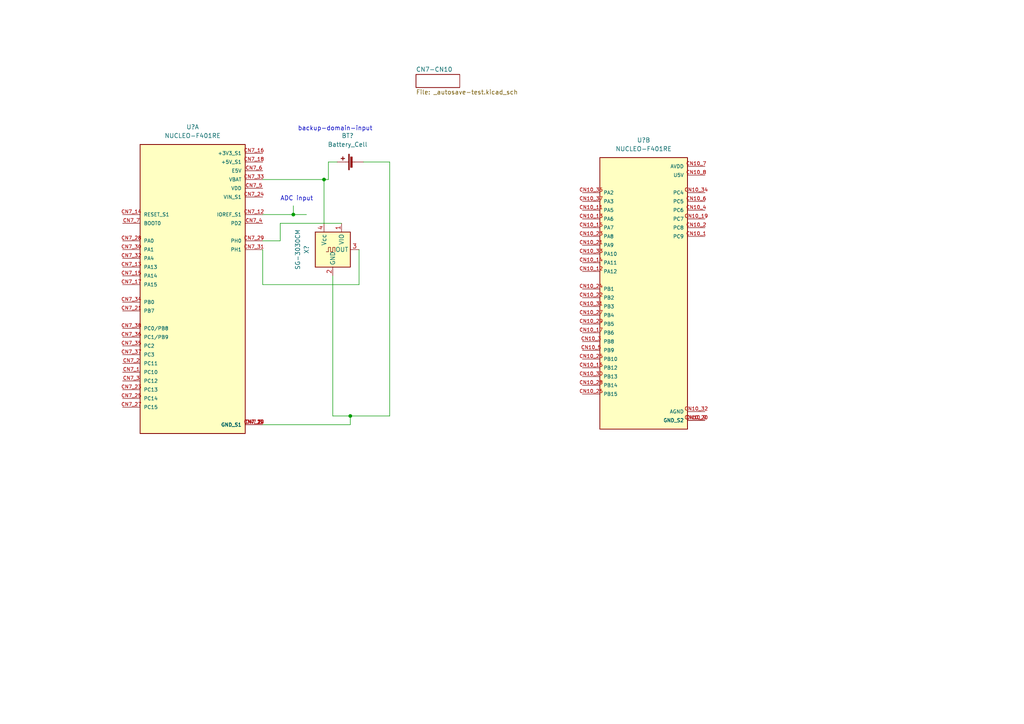
<source format=kicad_sch>
(kicad_sch (version 20211123) (generator eeschema)
  (paper "A4")
  (lib_symbols
    (symbol "Device:Battery_Cell" (pin_numbers hide) (pin_names (offset 0) hide)
      (property "Reference" "BT" (at 2.54 2.54 0))
      (property "Value" "Battery_Cell" (at 2.54 0 0))
      (symbol "Battery_Cell_0_1"
        (rectangle (start -2.286 1.778) (end 2.286 1.524) (fill (type outline)))
        (rectangle (start -1.5748 1.1938) (end 1.4732 0.6858) (fill (type outline)))
        (polyline (pts (xy 0 0.762) (xy 0 0)))
        (polyline (pts (xy 0 1.778) (xy 0 2.54)))
        (polyline (pts (xy 0.508 3.429) (xy 1.524 3.429)) (stroke (width 0.254)))
        (polyline (pts (xy 1.016 3.937) (xy 1.016 2.921)) (stroke (width 0.254)))
      )
      (symbol "Battery_Cell_1_1"
        (pin passive line (at 0 5.08 270) (length 2.54) (name "+") (number "1"))
        (pin passive line (at 0 -2.54 90) (length 2.54) (name "-") (number "2"))
      )
    )
    (symbol "NUCLEO-F401RE:NUCLEO-F401RE" (pin_names (offset 1.016))
      (property "Reference" "U" (at -15.24 41.91 0))
      (property "Value" "NUCLEO-F401RE" (at -15.24 -44.45 0))
      (symbol "NUCLEO-F401RE_1_0"
        (rectangle (start -15.24 -43.18) (end 15.24 40.64) (stroke (width 0.254)) (fill (type background)))
        (pin bidirectional line (at -20.32 -25.4 0) (length 5.08) (name "PC10") (number "CN7_1"))
        (pin bidirectional line (at 20.32 20.32 180) (length 5.08) (name "IOREF_S1") (number "CN7_12"))
        (pin bidirectional line (at -20.32 5.08 0) (length 5.08) (name "PA13") (number "CN7_13"))
        (pin bidirectional line (at -20.32 20.32 0) (length 5.08) (name "RESET_S1") (number "CN7_14"))
        (pin bidirectional line (at -20.32 2.54 0) (length 5.08) (name "PA14") (number "CN7_15"))
        (pin power_in line (at 20.32 38.1 180) (length 5.08) (name "+3V3_S1") (number "CN7_16"))
        (pin bidirectional line (at -20.32 0 0) (length 5.08) (name "PA15") (number "CN7_17"))
        (pin power_in line (at 20.32 35.56 180) (length 5.08) (name "+5V_S1") (number "CN7_18"))
        (pin power_in line (at 20.32 -40.64 180) (length 5.08) (name "GND_S1") (number "CN7_19"))
        (pin bidirectional line (at -20.32 -22.86 0) (length 5.08) (name "PC11") (number "CN7_2"))
        (pin power_in line (at 20.32 -40.64 180) (length 5.08) (name "GND_S1") (number "CN7_20"))
        (pin bidirectional line (at -20.32 -7.62 0) (length 5.08) (name "PB7") (number "CN7_21"))
        (pin power_in line (at 20.32 -40.64 180) (length 5.08) (name "GND_S1") (number "CN7_22"))
        (pin bidirectional line (at -20.32 -30.48 0) (length 5.08) (name "PC13") (number "CN7_23"))
        (pin power_in line (at 20.32 25.4 180) (length 5.08) (name "VIN_S1") (number "CN7_24"))
        (pin bidirectional line (at -20.32 -33.02 0) (length 5.08) (name "PC14") (number "CN7_25"))
        (pin bidirectional line (at -20.32 -35.56 0) (length 5.08) (name "PC15") (number "CN7_27"))
        (pin bidirectional line (at -20.32 12.7 0) (length 5.08) (name "PA0") (number "CN7_28"))
        (pin bidirectional line (at 20.32 12.7 180) (length 5.08) (name "PH0") (number "CN7_29"))
        (pin bidirectional line (at -20.32 -27.94 0) (length 5.08) (name "PC12") (number "CN7_3"))
        (pin bidirectional line (at -20.32 10.16 0) (length 5.08) (name "PA1") (number "CN7_30"))
        (pin bidirectional line (at 20.32 10.16 180) (length 5.08) (name "PH1") (number "CN7_31"))
        (pin bidirectional line (at -20.32 7.62 0) (length 5.08) (name "PA4") (number "CN7_32"))
        (pin power_in line (at 20.32 30.48 180) (length 5.08) (name "VBAT") (number "CN7_33"))
        (pin bidirectional line (at -20.32 -5.08 0) (length 5.08) (name "PB0") (number "CN7_34"))
        (pin bidirectional line (at -20.32 -17.78 0) (length 5.08) (name "PC2") (number "CN7_35"))
        (pin bidirectional line (at -20.32 -15.24 0) (length 5.08) (name "PC1/PB9") (number "CN7_36"))
        (pin bidirectional line (at -20.32 -20.32 0) (length 5.08) (name "PC3") (number "CN7_37"))
        (pin bidirectional line (at -20.32 -12.7 0) (length 5.08) (name "PC0/PB8") (number "CN7_38"))
        (pin bidirectional line (at 20.32 17.78 180) (length 5.08) (name "PD2") (number "CN7_4"))
        (pin power_in line (at 20.32 27.94 180) (length 5.08) (name "VDD") (number "CN7_5"))
        (pin power_in line (at 20.32 33.02 180) (length 5.08) (name "E5V") (number "CN7_6"))
        (pin bidirectional line (at -20.32 17.78 0) (length 5.08) (name "BOOT0") (number "CN7_7"))
        (pin power_in line (at 20.32 -40.64 180) (length 5.08) (name "GND_S1") (number "CN7_8"))
      )
      (symbol "NUCLEO-F401RE_2_0"
        (rectangle (start -12.7 -40.64) (end 12.7 38.1) (stroke (width 0.254)) (fill (type background)))
        (pin bidirectional line (at 17.78 15.24 180) (length 5.08) (name "PC9") (number "CN10_1"))
        (pin bidirectional line (at -17.78 22.86 0) (length 5.08) (name "PA5") (number "CN10_11"))
        (pin bidirectional line (at -17.78 5.08 0) (length 5.08) (name "PA12") (number "CN10_12"))
        (pin bidirectional line (at -17.78 20.32 0) (length 5.08) (name "PA6") (number "CN10_13"))
        (pin bidirectional line (at -17.78 7.62 0) (length 5.08) (name "PA11") (number "CN10_14"))
        (pin bidirectional line (at -17.78 17.78 0) (length 5.08) (name "PA7") (number "CN10_15"))
        (pin bidirectional line (at -17.78 -22.86 0) (length 5.08) (name "PB12") (number "CN10_16"))
        (pin bidirectional line (at -17.78 -12.7 0) (length 5.08) (name "PB6") (number "CN10_17"))
        (pin bidirectional line (at 17.78 20.32 180) (length 5.08) (name "PC7") (number "CN10_19"))
        (pin bidirectional line (at 17.78 17.78 180) (length 5.08) (name "PC8") (number "CN10_2"))
        (pin power_in line (at 17.78 -38.1 180) (length 5.08) (name "GND_S2") (number "CN10_20"))
        (pin bidirectional line (at -17.78 12.7 0) (length 5.08) (name "PA9") (number "CN10_21"))
        (pin bidirectional line (at -17.78 -2.54 0) (length 5.08) (name "PB2") (number "CN10_22"))
        (pin bidirectional line (at -17.78 15.24 0) (length 5.08) (name "PA8") (number "CN10_23"))
        (pin bidirectional line (at -17.78 0 0) (length 5.08) (name "PB1") (number "CN10_24"))
        (pin bidirectional line (at -17.78 -20.32 0) (length 5.08) (name "PB10") (number "CN10_25"))
        (pin bidirectional line (at -17.78 -30.48 0) (length 5.08) (name "PB15") (number "CN10_26"))
        (pin bidirectional line (at -17.78 -7.62 0) (length 5.08) (name "PB4") (number "CN10_27"))
        (pin bidirectional line (at -17.78 -27.94 0) (length 5.08) (name "PB14") (number "CN10_28"))
        (pin bidirectional line (at -17.78 -10.16 0) (length 5.08) (name "PB5") (number "CN10_29"))
        (pin bidirectional line (at -17.78 -15.24 0) (length 5.08) (name "PB8") (number "CN10_3"))
        (pin bidirectional line (at -17.78 -25.4 0) (length 5.08) (name "PB13") (number "CN10_30"))
        (pin bidirectional line (at -17.78 -5.08 0) (length 5.08) (name "PB3") (number "CN10_31"))
        (pin power_in line (at 17.78 -35.56 180) (length 5.08) (name "AGND") (number "CN10_32"))
        (pin bidirectional line (at -17.78 10.16 0) (length 5.08) (name "PA10") (number "CN10_33"))
        (pin bidirectional line (at 17.78 27.94 180) (length 5.08) (name "PC4") (number "CN10_34"))
        (pin bidirectional line (at -17.78 27.94 0) (length 5.08) (name "PA2") (number "CN10_35"))
        (pin bidirectional line (at -17.78 25.4 0) (length 5.08) (name "PA3") (number "CN10_37"))
        (pin bidirectional line (at 17.78 22.86 180) (length 5.08) (name "PC6") (number "CN10_4"))
        (pin bidirectional line (at -17.78 -17.78 0) (length 5.08) (name "PB9") (number "CN10_5"))
        (pin bidirectional line (at 17.78 25.4 180) (length 5.08) (name "PC5") (number "CN10_6"))
        (pin power_in line (at 17.78 35.56 180) (length 5.08) (name "AVDD") (number "CN10_7"))
        (pin power_in line (at 17.78 33.02 180) (length 5.08) (name "U5V") (number "CN10_8"))
        (pin power_in line (at 17.78 -38.1 180) (length 5.08) (name "GND_S2") (number "CN10_9"))
      )
      (symbol "NUCLEO-F401RE_3_0"
        (rectangle (start -10.16 -12.7) (end 10.16 10.16) (stroke (width 0.254)) (fill (type background)))
        (pin bidirectional line (at -15.24 -5.08 0) (length 5.08) (name "IOREF") (number "CN6_2"))
        (pin bidirectional line (at -15.24 -2.54 0) (length 5.08) (name "RESET") (number "CN6_3"))
        (pin power_in line (at 15.24 2.54 180) (length 5.08) (name "+3V3") (number "CN6_4"))
        (pin power_in line (at 15.24 5.08 180) (length 5.08) (name "+5V") (number "CN6_5"))
        (pin power_in line (at 15.24 -10.16 180) (length 5.08) (name "GND") (number "CN6_6"))
        (pin power_in line (at 15.24 -10.16 180) (length 5.08) (name "GND") (number "CN6_7"))
        (pin power_in line (at 15.24 7.62 180) (length 5.08) (name "VIN") (number "CN6_8"))
      )
      (symbol "NUCLEO-F401RE_4_0"
        (rectangle (start -5.08 -12.7) (end 5.08 12.7) (stroke (width 0.254)) (fill (type background)))
        (pin input line (at -10.16 10.16 0) (length 5.08) (name "D0") (number "CN9_1"))
        (pin output line (at -10.16 7.62 0) (length 5.08) (name "D1") (number "CN9_2"))
        (pin bidirectional line (at -10.16 2.54 0) (length 5.08) (name "D2") (number "CN9_3"))
        (pin bidirectional line (at -10.16 0 0) (length 5.08) (name "D3") (number "CN9_4"))
        (pin bidirectional line (at -10.16 -2.54 0) (length 5.08) (name "D4") (number "CN9_5"))
        (pin bidirectional line (at -10.16 -5.08 0) (length 5.08) (name "D5") (number "CN9_6"))
        (pin bidirectional line (at -10.16 -7.62 0) (length 5.08) (name "D6") (number "CN9_7"))
        (pin bidirectional line (at -10.16 -10.16 0) (length 5.08) (name "D7") (number "CN9_8"))
      )
      (symbol "NUCLEO-F401RE_5_0"
        (rectangle (start -5.08 -10.16) (end 5.08 7.62) (stroke (width 0.254)) (fill (type background)))
        (pin input line (at -10.16 5.08 0) (length 5.08) (name "A0") (number "CN8_1"))
        (pin input line (at -10.16 2.54 0) (length 5.08) (name "A1") (number "CN8_2"))
        (pin input line (at -10.16 0 0) (length 5.08) (name "A2") (number "CN8_3"))
        (pin input line (at -10.16 -2.54 0) (length 5.08) (name "A3") (number "CN8_4"))
        (pin input line (at -10.16 -5.08 0) (length 5.08) (name "A4") (number "CN8_5"))
        (pin input line (at -10.16 -7.62 0) (length 5.08) (name "A5") (number "CN8_6"))
      )
      (symbol "NUCLEO-F401RE_6_0"
        (rectangle (start -10.16 -17.78) (end 10.16 15.24) (stroke (width 0.254)) (fill (type background)))
        (pin bidirectional line (at -15.24 7.62 0) (length 5.08) (name "D8") (number "CN5_1"))
        (pin bidirectional clock (at -15.24 -10.16 0) (length 5.08) (name "D15") (number "CN5_10"))
        (pin bidirectional line (at -15.24 5.08 0) (length 5.08) (name "D9") (number "CN5_2"))
        (pin bidirectional line (at -15.24 2.54 0) (length 5.08) (name "D10") (number "CN5_3"))
        (pin bidirectional line (at -15.24 0 0) (length 5.08) (name "D11") (number "CN5_4"))
        (pin bidirectional line (at -15.24 -2.54 0) (length 5.08) (name "D12") (number "CN5_5"))
        (pin bidirectional clock (at -15.24 -5.08 0) (length 5.08) (name "D13") (number "CN5_6"))
        (pin power_in line (at 15.24 -15.24 180) (length 5.08) (name "GND_S6") (number "CN5_7"))
        (pin power_in line (at 15.24 12.7 180) (length 5.08) (name "AREF") (number "CN5_8"))
        (pin bidirectional line (at -15.24 -7.62 0) (length 5.08) (name "D14") (number "CN5_9"))
      )
    )
    (symbol "Oscillator:SG-3030CM"
      (property "Reference" "X" (at -5.08 -6.35 0))
      (property "Value" "SG-3030CM" (at 1.27 -6.35 0))
      (symbol "SG-3030CM_0_1"
        (rectangle (start -5.08 5.08) (end 5.08 -5.08) (stroke (width 0.254)) (fill (type background)))
        (polyline (pts (xy -1.905 -0.635) (xy -1.27 -0.635) (xy -1.27 0.635) (xy -0.635 0.635) (xy -0.635 -0.635) (xy 0 -0.635) (xy 0 0.635) (xy 0.635 0.635) (xy 0.635 -0.635)))
      )
      (symbol "SG-3030CM_1_1"
        (pin power_in line (at 2.54 7.62 270) (length 2.54) (name "VIO") (number "1"))
        (pin power_in line (at 0 -7.62 90) (length 2.54) (name "GND") (number "2"))
        (pin output line (at 7.62 0 180) (length 2.54) (name "OUT") (number "3"))
        (pin power_in line (at -2.54 7.62 270) (length 2.54) (name "Vcc") (number "4"))
      )
    )
  )
  (junction (at 93.98 52.07))
  (junction (at 85.09 62.23))
  (junction (at 101.6 120.65))
  (wire (pts (xy 85.09 59.69) (xy 85.09 62.23)))
  (wire (pts (xy 101.6 123.19) (xy 101.6 120.65)))
  (wire (pts (xy 93.98 52.07) (xy 95.25 52.07)))
  (wire (pts (xy 96.52 120.65) (xy 101.6 120.65)))
  (wire (pts (xy 76.2 82.55) (xy 76.2 72.39)))
  (wire (pts (xy 104.14 72.39) (xy 104.14 82.55)))
  (wire (pts (xy 76.2 52.07) (xy 93.98 52.07)))
  (wire (pts (xy 76.2 123.19) (xy 101.6 123.19)))
  (wire (pts (xy 113.03 46.99) (xy 105.41 46.99)))
  (wire (pts (xy 113.03 46.99) (xy 113.03 120.65)))
  (wire (pts (xy 95.25 52.07) (xy 95.25 46.99)))
  (wire (pts (xy 76.2 62.23) (xy 85.09 62.23)))
  (wire (pts (xy 101.6 120.65) (xy 113.03 120.65)))
  (wire (pts (xy 81.28 64.77) (xy 99.06 64.77)))
  (wire (pts (xy 96.52 80.01) (xy 96.52 120.65)))
  (wire (pts (xy 104.14 82.55) (xy 76.2 82.55)))
  (wire (pts (xy 81.28 64.77) (xy 81.28 69.85)))
  (wire (pts (xy 81.28 69.85) (xy 76.2 69.85)))
  (wire (pts (xy 95.25 46.99) (xy 97.79 46.99)))
  (wire (pts (xy 93.98 52.07) (xy 93.98 64.77)))
  (wire (pts (xy 85.09 62.23) (xy 88.9 62.23)))
  (text "backup-domain-input\n" (at 86.36 38.1 0) (effects (font (size 1.27 1.27)) (justify left bottom)))
  (text "ADC input\n" (at 81.28 58.42 0) (effects (font (size 1.27 1.27)) (justify left bottom)))
  (symbol (lib_id "Device:Battery_Cell") (at 102.87 46.99 90) (unit 1)
    (property "Reference" "BT?" (at 100.838 39.37 90))
    (property "Value" "Battery_Cell" (at 100.838 41.91 90))
  )
  (symbol (lib_id "NUCLEO-F401RE:NUCLEO-F401RE") (at 186.69 83.82 0) (unit 2)
    (property "Reference" "U?" (at 186.69 40.64 0))
    (property "Value" "NUCLEO-F401RE" (at 186.69 43.18 0))
    (property "Footprint" "NUCLEO-F401RE:ST_NUCLEO-F401RE" (effects hide))
    (property "MF" "STMicroelectronics" (effects hide))
    (property "MAXIMUM_PACKAGE_HEIGHT" "N/A" (effects hide))
    (property "Package" "None" (effects hide))
    (property "Price" "None" (effects hide))
    (property "Check_prices" "https://www.snapeda.com/parts/NUCLEO-F401RE/STMicroelectronics/view-part/?ref=eda" (effects hide))
    (property "STANDARD" "Manufacturer Recommendations" (effects hide))
    (property "PARTREV" "13" (effects hide))
    (property "SnapEDA_Link" "https://www.snapeda.com/parts/NUCLEO-F401RE/STMicroelectronics/view-part/?ref=snap" (effects hide))
    (property "MP" "NUCLEO-F401RE" (effects hide))
    (property "Purchase-URL" "https://www.snapeda.com/api/url_track_click_mouser/?unipart_id=329267&manufacturer=STMicroelectronics&part_name=NUCLEO-F401RE&search_term=None" (effects hide))
    (property "Description" "\nSTM32F401RE, mbed-Enabled Development Nucleo-64 STM32F4 ARM® Cortex®-M4 MCU 32-Bit Embedded Evaluation Board\n" (effects hide))
    (property "Availability" "In Stock" (effects hide))
    (property "MANUFACTURER" "STMicroelectronics" (effects hide))
  )
  (symbol (lib_id "Oscillator:SG-3030CM") (at 96.52 72.39 0) (unit 1)
    (property "Reference" "X?" (at 88.9 72.39 90))
    (property "Value" "SG-3030CM" (at 86.36 72.39 90))
    (property "Footprint" "Oscillator:Oscillator_SMD_SeikoEpson_SG3030CM" (effects hide))
    (property "Datasheet" "https://support.epson.biz/td/api/doc_check.php?mode=dl&lang=en&Parts=SG-3030CM" (effects hide))
  )
  (symbol (lib_id "NUCLEO-F401RE:NUCLEO-F401RE") (at 55.88 82.55 0) (unit 1)
    (property "Reference" "U?" (at 55.88 36.83 0))
    (property "Value" "NUCLEO-F401RE" (at 55.88 39.37 0))
    (property "Footprint" "NUCLEO-F401RE:ST_NUCLEO-F401RE" (effects hide))
    (property "MF" "STMicroelectronics" (effects hide))
    (property "MAXIMUM_PACKAGE_HEIGHT" "N/A" (effects hide))
    (property "Package" "None" (effects hide))
    (property "Price" "None" (effects hide))
    (property "Check_prices" "https://www.snapeda.com/parts/NUCLEO-F401RE/STMicroelectronics/view-part/?ref=eda" (effects hide))
    (property "STANDARD" "Manufacturer Recommendations" (effects hide))
    (property "PARTREV" "13" (effects hide))
    (property "SnapEDA_Link" "https://www.snapeda.com/parts/NUCLEO-F401RE/STMicroelectronics/view-part/?ref=snap" (effects hide))
    (property "MP" "NUCLEO-F401RE" (effects hide))
    (property "Purchase-URL" "https://www.snapeda.com/api/url_track_click_mouser/?unipart_id=329267&manufacturer=STMicroelectronics&part_name=NUCLEO-F401RE&search_term=None" (effects hide))
    (property "Description" "\nSTM32F401RE, mbed-Enabled Development Nucleo-64 STM32F4 ARM® Cortex®-M4 MCU 32-Bit Embedded Evaluation Board\n" (effects hide))
    (property "Availability" "In Stock" (effects hide))
    (property "MANUFACTURER" "STMicroelectronics" (effects hide))
  )
  (sheet (at 120.65 21.59) (size 12.7 3.81) (stroke (width 0.1524))
    (property "Sheet name" "CN7-CN10" (at 120.65 20.8784 0) (effects (justify left bottom)))
    (property "Sheet file" "_autosave-test.kicad_sch" (at 120.65 25.9846 0) (effects (justify left top)))
  )
)
</source>
